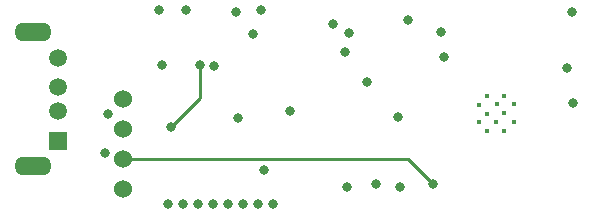
<source format=gbr>
G04 #@! TF.GenerationSoftware,KiCad,Pcbnew,(5.1.12)-1*
G04 #@! TF.CreationDate,2022-01-02T13:29:21+01:00*
G04 #@! TF.ProjectId,20210211_eduino,32303231-3032-4313-915f-656475696e6f,v1.0*
G04 #@! TF.SameCoordinates,Original*
G04 #@! TF.FileFunction,Copper,L3,Inr*
G04 #@! TF.FilePolarity,Positive*
%FSLAX46Y46*%
G04 Gerber Fmt 4.6, Leading zero omitted, Abs format (unit mm)*
G04 Created by KiCad (PCBNEW (5.1.12)-1) date 2022-01-02 13:29:21*
%MOMM*%
%LPD*%
G01*
G04 APERTURE LIST*
G04 #@! TA.AperFunction,ComponentPad*
%ADD10C,0.400000*%
G04 #@! TD*
G04 #@! TA.AperFunction,ComponentPad*
%ADD11C,0.800000*%
G04 #@! TD*
G04 #@! TA.AperFunction,ComponentPad*
%ADD12R,1.508000X1.508000*%
G04 #@! TD*
G04 #@! TA.AperFunction,ComponentPad*
%ADD13C,1.508000*%
G04 #@! TD*
G04 #@! TA.AperFunction,ComponentPad*
%ADD14O,3.150000X1.575000*%
G04 #@! TD*
G04 #@! TA.AperFunction,ComponentPad*
%ADD15C,1.524000*%
G04 #@! TD*
G04 #@! TA.AperFunction,ViaPad*
%ADD16C,0.800000*%
G04 #@! TD*
G04 #@! TA.AperFunction,Conductor*
%ADD17C,0.250000*%
G04 #@! TD*
G04 APERTURE END LIST*
D10*
X122486400Y-50960000D03*
X123299200Y-50198000D03*
X123299200Y-48674000D03*
X122486400Y-47962800D03*
X121013200Y-47962800D03*
X120302000Y-48724800D03*
X120302000Y-50198000D03*
X121013200Y-50960000D03*
X121775200Y-50198000D03*
X121826000Y-48674000D03*
X122486400Y-49436000D03*
X121013200Y-49486800D03*
D11*
X93980000Y-57150000D03*
X95250000Y-57150000D03*
X96520000Y-57150000D03*
X97790000Y-57150000D03*
X99060000Y-57150000D03*
X100330000Y-57150000D03*
X101600000Y-57150000D03*
X102870000Y-57150000D03*
X93230700Y-40690800D03*
X95516700Y-40678100D03*
D12*
X84650000Y-51760000D03*
D13*
X84650000Y-49260000D03*
X84650000Y-47260000D03*
X84650000Y-44760000D03*
D14*
X82550000Y-42560000D03*
X82550000Y-53960000D03*
D15*
X90170000Y-55880000D03*
X90170000Y-53340000D03*
X90170000Y-50800000D03*
X90170000Y-48260000D03*
D16*
X102099300Y-54216700D03*
X110896000Y-46786800D03*
X113474500Y-49784000D03*
X117157500Y-42608500D03*
X117332000Y-44720000D03*
X101917500Y-40703500D03*
X99758500Y-40894000D03*
X114300000Y-41592500D03*
X127751400Y-45641800D03*
X128199700Y-40918500D03*
X88886200Y-49481200D03*
X88669900Y-52826500D03*
X128289100Y-48583000D03*
X109136200Y-55700900D03*
X109334200Y-42623400D03*
X104298900Y-49262800D03*
X116409300Y-55447700D03*
X96707600Y-45402900D03*
X94251600Y-50636100D03*
X97878854Y-45481258D03*
X101219000Y-42735500D03*
X107995900Y-41864600D03*
X108965000Y-44302800D03*
X113642300Y-55686600D03*
X111580000Y-55475000D03*
X93515100Y-45348800D03*
X99963700Y-49846700D03*
D17*
X90170000Y-53340000D02*
X114301600Y-53340000D01*
X114301600Y-53340000D02*
X116409300Y-55447700D01*
X96707600Y-45402900D02*
X96707600Y-48180100D01*
X96707600Y-48180100D02*
X94251600Y-50636100D01*
M02*

</source>
